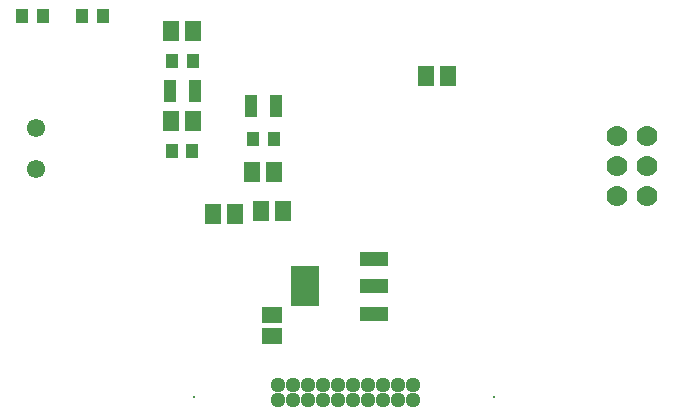
<source format=gbs>
G04 Layer_Color=16711935*
%FSLAX24Y24*%
%MOIN*%
G70*
G01*
G75*
%ADD42R,0.0395X0.0454*%
%ADD51C,0.0612*%
%ADD52C,0.0100*%
%ADD53C,0.0506*%
%ADD54C,0.0700*%
%ADD55R,0.0553X0.0651*%
%ADD56R,0.0415X0.0474*%
%ADD57R,0.0946X0.0474*%
%ADD58R,0.0946X0.1380*%
%ADD59R,0.0435X0.0730*%
%ADD60R,0.0651X0.0553*%
D42*
X2844Y15000D02*
D03*
X2156D02*
D03*
X4156D02*
D03*
X4844D02*
D03*
X10544Y10900D02*
D03*
X9856D02*
D03*
X7844Y13500D02*
D03*
X7156D02*
D03*
D51*
X2607Y9911D02*
D03*
Y11289D02*
D03*
D52*
X7900Y2300D02*
D03*
X17900D02*
D03*
D53*
X14700Y2200D02*
D03*
X14200D02*
D03*
X13700D02*
D03*
X13200D02*
D03*
X12700D02*
D03*
X11700D02*
D03*
X12200D02*
D03*
X11200D02*
D03*
X10700D02*
D03*
Y2700D02*
D03*
X11200D02*
D03*
X11700D02*
D03*
X12200D02*
D03*
X12700D02*
D03*
X13200D02*
D03*
X13700D02*
D03*
X14200D02*
D03*
X14700D02*
D03*
X15200D02*
D03*
Y2200D02*
D03*
D54*
X22000Y9000D02*
D03*
Y10000D02*
D03*
Y11000D02*
D03*
X23000Y9000D02*
D03*
Y10000D02*
D03*
Y11000D02*
D03*
D55*
X10136Y8500D02*
D03*
X10864D02*
D03*
X7864Y14500D02*
D03*
X7136D02*
D03*
X10564Y9800D02*
D03*
X9836D02*
D03*
X7864Y11500D02*
D03*
X7136D02*
D03*
X8522Y8405D02*
D03*
X9250D02*
D03*
X16364Y13000D02*
D03*
X15636D02*
D03*
D56*
X7835Y10500D02*
D03*
X7165D02*
D03*
D57*
X13882Y6000D02*
D03*
Y5094D02*
D03*
Y6906D02*
D03*
D58*
X11599Y6000D02*
D03*
D59*
X10623Y12000D02*
D03*
X9777D02*
D03*
X7923Y12500D02*
D03*
X7077D02*
D03*
D60*
X10500Y4336D02*
D03*
Y5064D02*
D03*
M02*

</source>
